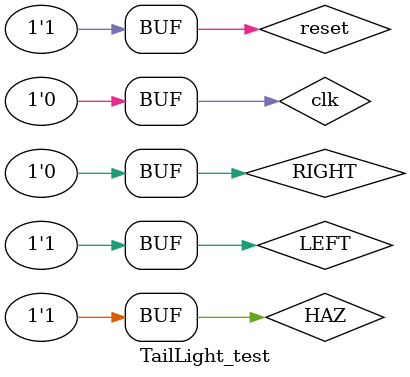
<source format=v>
module TailLight_test;

reg LEFT,RIGHT,HAZ;
reg reset;
wire LC,LB,LA,RA,RB,RC;

reg clk;

TailLight UUT(clk,~reset,LEFT,RIGHT,HAZ,LC,LB,LA,RA,RB,RC);



always 
begin
    clk = 1'b1; 
    #5; // high for 20 * timescale = 20 ns

    clk = 1'b0;
    #5; // low for 20 * timescale = 20 ns
end

initial begin
reset=1;
HAZ=0;


LEFT=1;
RIGHT=0;


#100;

LEFT=0;
RIGHT=1;
HAZ=0;
#100;

LEFT=0;
RIGHT=0;
HAZ=1;
#100;

LEFT=1;
RIGHT=0;
HAZ=1;
#100;



end
endmodule 
</source>
